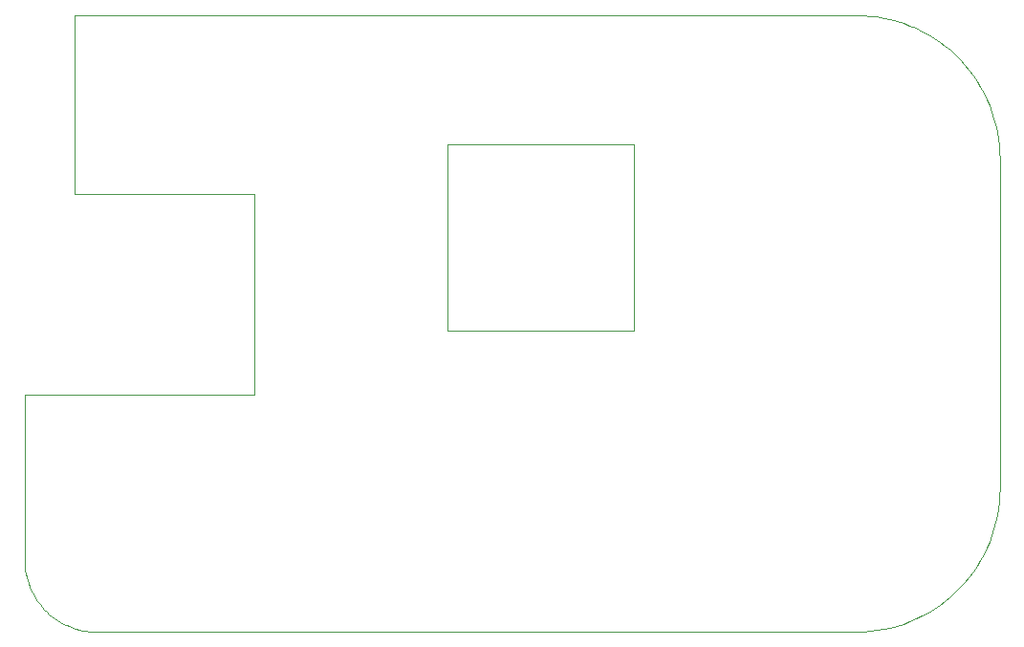
<source format=gbp>
G75*
G70*
%OFA0B0*%
%FSLAX24Y24*%
%IPPOS*%
%LPD*%
%AMOC8*
5,1,8,0,0,1.08239X$1,22.5*
%
%ADD10C,0.0000*%
D10*
X002867Y000100D02*
X029367Y000100D01*
X029605Y000106D01*
X029842Y000123D01*
X030079Y000151D01*
X030313Y000190D01*
X030546Y000241D01*
X030776Y000303D01*
X031002Y000375D01*
X031225Y000458D01*
X031444Y000552D01*
X031658Y000656D01*
X031867Y000770D01*
X032070Y000894D01*
X032267Y001027D01*
X032458Y001170D01*
X032641Y001321D01*
X032817Y001481D01*
X032986Y001650D01*
X033146Y001826D01*
X033297Y002009D01*
X033440Y002200D01*
X033573Y002397D01*
X033697Y002600D01*
X033811Y002809D01*
X033915Y003023D01*
X034009Y003242D01*
X034092Y003465D01*
X034164Y003691D01*
X034226Y003921D01*
X034277Y004154D01*
X034316Y004388D01*
X034344Y004625D01*
X034361Y004862D01*
X034367Y005100D01*
X034367Y016600D01*
X034361Y016838D01*
X034344Y017075D01*
X034316Y017312D01*
X034277Y017546D01*
X034226Y017779D01*
X034164Y018009D01*
X034092Y018235D01*
X034009Y018458D01*
X033915Y018677D01*
X033811Y018891D01*
X033697Y019100D01*
X033573Y019303D01*
X033440Y019500D01*
X033297Y019691D01*
X033146Y019874D01*
X032986Y020050D01*
X032817Y020219D01*
X032641Y020379D01*
X032458Y020530D01*
X032267Y020673D01*
X032070Y020806D01*
X031867Y020930D01*
X031658Y021044D01*
X031444Y021148D01*
X031225Y021242D01*
X031002Y021325D01*
X030776Y021397D01*
X030546Y021459D01*
X030313Y021510D01*
X030079Y021549D01*
X029842Y021577D01*
X029605Y021594D01*
X029367Y021600D01*
X002117Y021600D01*
X002117Y015350D01*
X008367Y015350D01*
X008367Y008350D01*
X000367Y008350D01*
X000367Y002600D01*
X000370Y002481D01*
X000378Y002362D01*
X000392Y002244D01*
X000412Y002127D01*
X000437Y002011D01*
X000468Y001896D01*
X000504Y001782D01*
X000546Y001671D01*
X000593Y001561D01*
X000645Y001454D01*
X000702Y001350D01*
X000764Y001248D01*
X000831Y001150D01*
X000902Y001055D01*
X000978Y000963D01*
X001058Y000875D01*
X001142Y000791D01*
X001230Y000711D01*
X001322Y000635D01*
X001417Y000564D01*
X001515Y000497D01*
X001617Y000435D01*
X001721Y000378D01*
X001828Y000326D01*
X001938Y000279D01*
X002049Y000237D01*
X002163Y000201D01*
X002278Y000170D01*
X002394Y000145D01*
X002511Y000125D01*
X002629Y000111D01*
X002748Y000103D01*
X002867Y000100D01*
X015117Y010600D02*
X015117Y017100D01*
X021617Y017100D01*
X021617Y010600D01*
X015117Y010600D01*
M02*

</source>
